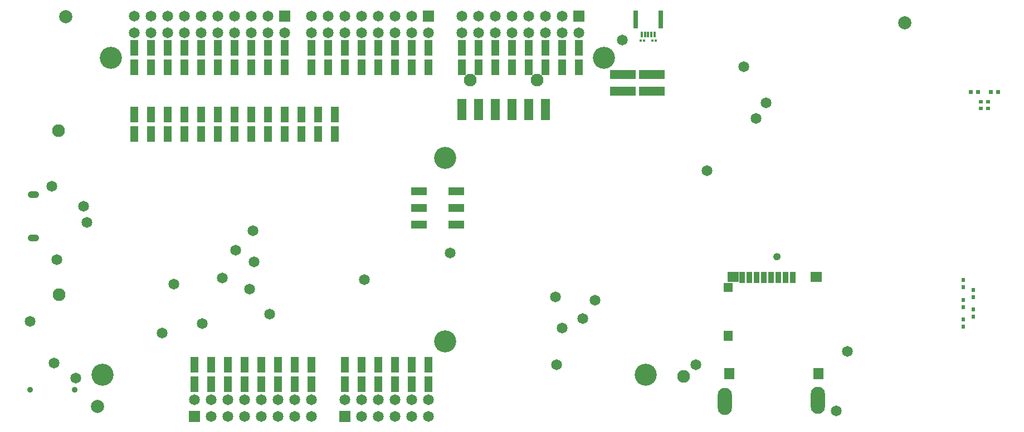
<source format=gbs>
G04*
G04 #@! TF.GenerationSoftware,Altium Limited,Altium Designer,21.1.1 (26)*
G04*
G04 Layer_Color=16711935*
%FSLAX24Y24*%
%MOIN*%
G70*
G04*
G04 #@! TF.SameCoordinates,859D0C74-6F1A-4902-9F36-B784FAE930BA*
G04*
G04*
G04 #@! TF.FilePolarity,Negative*
G04*
G01*
G75*
%ADD148C,0.0240*%
%ADD152C,0.0139*%
%ADD159R,0.0934X0.0462*%
%ADD162C,0.0787*%
%ADD163R,0.0462X0.0922*%
%ADD184R,0.1560X0.0560*%
%ADD221C,0.0651*%
%ADD239R,0.0146X0.0157*%
%ADD253R,0.0560X0.1312*%
%ADD264C,0.0761*%
%ADD265R,0.0651X0.0651*%
%ADD266O,0.0690X0.0414*%
%ADD267C,0.0354*%
%ADD268O,0.0847X0.1635*%
%ADD269C,0.1320*%
%ADD327R,0.0630X0.0709*%
%ADD328R,0.0547X0.0591*%
%ADD329R,0.0547X0.0551*%
%ADD330R,0.0709X0.0630*%
%ADD331R,0.0354X0.0701*%
%ADD332R,0.0669X0.0630*%
%ADD333R,0.0296X0.1084*%
%ADD334R,0.0157X0.0354*%
G36*
X57088Y8117D02*
X56884D01*
Y8353D01*
X57088D01*
Y8117D01*
D02*
G37*
G36*
X57691Y7959D02*
X57486D01*
Y8196D01*
X57691D01*
Y7959D01*
D02*
G37*
G36*
Y7526D02*
X57486D01*
Y7763D01*
X57691D01*
Y7526D01*
D02*
G37*
G36*
X57090Y7369D02*
X56884D01*
Y7605D01*
X57090D01*
Y7369D01*
D02*
G37*
G36*
Y6936D02*
X56884D01*
Y7172D01*
X57090D01*
Y6936D01*
D02*
G37*
G36*
X57691Y6778D02*
X57484D01*
Y7015D01*
X57691D01*
Y6778D01*
D02*
G37*
G36*
Y6345D02*
X57484D01*
Y6582D01*
X57691D01*
Y6345D01*
D02*
G37*
G36*
X57090Y6188D02*
X56884D01*
Y6424D01*
X57090D01*
Y6188D01*
D02*
G37*
G36*
Y5755D02*
X56884D01*
Y5991D01*
X57090D01*
Y5755D01*
D02*
G37*
G36*
X58596Y18857D02*
X58360D01*
Y19062D01*
X58596D01*
Y18857D01*
D02*
G37*
G36*
X58163D02*
X57927D01*
Y19062D01*
X58163D01*
Y18857D01*
D02*
G37*
G36*
X57088Y8550D02*
X56884D01*
Y8786D01*
X57088D01*
Y8550D01*
D02*
G37*
G36*
X57927Y19259D02*
Y19465D01*
X58163D01*
Y19259D01*
X57927D01*
D02*
G37*
G36*
X58360D02*
Y19465D01*
X58596D01*
Y19259D01*
X58360D01*
D02*
G37*
G36*
X57336Y19839D02*
Y20046D01*
X57572D01*
Y19839D01*
X57336D01*
D02*
G37*
G36*
X57769D02*
Y20046D01*
X58001D01*
Y19839D01*
X57769D01*
D02*
G37*
G36*
X58517D02*
Y20046D01*
X58754D01*
Y19839D01*
X58517D01*
D02*
G37*
G36*
X58950D02*
Y20046D01*
X59187D01*
Y19839D01*
X58950D01*
D02*
G37*
D148*
X45965Y10069D02*
G03*
X45965Y10069I-110J0D01*
G01*
D152*
X45733D02*
D03*
X45979D02*
D03*
D159*
X24438Y12000D02*
D03*
X26662D02*
D03*
X24438Y13000D02*
D03*
Y14000D02*
D03*
X26662Y13000D02*
D03*
Y14000D02*
D03*
D162*
X3282Y24450D02*
D03*
X5200Y1100D02*
D03*
X53500Y24100D02*
D03*
D163*
X18400Y17424D02*
D03*
Y18577D02*
D03*
X17400Y17424D02*
D03*
Y18577D02*
D03*
X13400Y17424D02*
D03*
Y18577D02*
D03*
X14400Y17424D02*
D03*
Y18577D02*
D03*
X8400Y17424D02*
D03*
Y18577D02*
D03*
X9400D02*
D03*
Y17424D02*
D03*
X10400Y18577D02*
D03*
Y17424D02*
D03*
X12400Y18577D02*
D03*
Y17424D02*
D03*
X11400Y18577D02*
D03*
Y17424D02*
D03*
X7400D02*
D03*
Y18577D02*
D03*
X16400D02*
D03*
Y17424D02*
D03*
X15400Y18577D02*
D03*
Y17424D02*
D03*
X19400Y18577D02*
D03*
Y17424D02*
D03*
X21000Y2424D02*
D03*
Y3577D02*
D03*
X22000D02*
D03*
Y2424D02*
D03*
X23000Y3577D02*
D03*
Y2424D02*
D03*
X25000Y3577D02*
D03*
Y2424D02*
D03*
X24000Y3577D02*
D03*
Y2424D02*
D03*
X20000D02*
D03*
Y3577D02*
D03*
X10400Y22577D02*
D03*
Y21424D02*
D03*
X9400Y22577D02*
D03*
Y21424D02*
D03*
X15400Y22577D02*
D03*
Y21424D02*
D03*
X14400D02*
D03*
Y22577D02*
D03*
X13400Y21424D02*
D03*
Y22577D02*
D03*
X11400Y21424D02*
D03*
Y22577D02*
D03*
X12400Y21424D02*
D03*
Y22577D02*
D03*
X16400D02*
D03*
Y21424D02*
D03*
X7400D02*
D03*
Y22577D02*
D03*
X8400Y21424D02*
D03*
Y22577D02*
D03*
X11000Y3577D02*
D03*
Y2424D02*
D03*
X15000D02*
D03*
Y3577D02*
D03*
X16000Y2424D02*
D03*
Y3577D02*
D03*
X14000Y2424D02*
D03*
Y3577D02*
D03*
X13000Y2424D02*
D03*
Y3577D02*
D03*
X12000D02*
D03*
Y2424D02*
D03*
X18000Y3577D02*
D03*
Y2424D02*
D03*
X17000Y3577D02*
D03*
Y2424D02*
D03*
X34000Y21424D02*
D03*
Y22577D02*
D03*
X30000D02*
D03*
Y21424D02*
D03*
X29000Y22577D02*
D03*
Y21424D02*
D03*
X31000Y22577D02*
D03*
Y21424D02*
D03*
X32000Y22577D02*
D03*
Y21424D02*
D03*
X33000D02*
D03*
Y22577D02*
D03*
X27000Y21424D02*
D03*
Y22577D02*
D03*
X28000Y21424D02*
D03*
Y22577D02*
D03*
X25000Y21424D02*
D03*
Y22577D02*
D03*
X21000D02*
D03*
Y21424D02*
D03*
X20000Y22577D02*
D03*
Y21424D02*
D03*
X22000Y22577D02*
D03*
Y21424D02*
D03*
X23000Y22577D02*
D03*
Y21424D02*
D03*
X24000D02*
D03*
Y22577D02*
D03*
X18000Y21424D02*
D03*
Y22577D02*
D03*
X19000Y21424D02*
D03*
Y22577D02*
D03*
D184*
X36625Y20000D02*
D03*
X38375D02*
D03*
X36625Y21000D02*
D03*
X38375D02*
D03*
D221*
X4560Y12110D02*
D03*
X2750Y9883D02*
D03*
X3886Y2800D02*
D03*
X9050Y5498D02*
D03*
X41006Y3600D02*
D03*
X9762Y8417D02*
D03*
X11460Y6057D02*
D03*
X2600Y3700D02*
D03*
X1150Y6188D02*
D03*
X26283Y10300D02*
D03*
X50050Y4400D02*
D03*
X49400Y813D02*
D03*
X32650Y3587D02*
D03*
X15500Y6615D02*
D03*
X41661Y15211D02*
D03*
X43850Y21450D02*
D03*
X45200Y19283D02*
D03*
X44600Y18350D02*
D03*
X34236Y6354D02*
D03*
X32614Y7654D02*
D03*
X34962Y7446D02*
D03*
X33000Y5800D02*
D03*
X4360Y13101D02*
D03*
X2460Y14300D02*
D03*
X21150Y8693D02*
D03*
X13450Y10450D02*
D03*
X14500Y11626D02*
D03*
X14550Y9750D02*
D03*
X14285Y8130D02*
D03*
X12649Y8800D02*
D03*
X7400Y24500D02*
D03*
Y23500D02*
D03*
X8400D02*
D03*
Y24500D02*
D03*
X10400D02*
D03*
Y23500D02*
D03*
X11400D02*
D03*
Y24500D02*
D03*
X13400Y23500D02*
D03*
Y24500D02*
D03*
X16400Y23500D02*
D03*
X15400Y24500D02*
D03*
Y23500D02*
D03*
X14400Y24500D02*
D03*
Y23500D02*
D03*
X12400Y24500D02*
D03*
Y23500D02*
D03*
X9400D02*
D03*
Y24500D02*
D03*
X25000Y1500D02*
D03*
Y500D02*
D03*
X23000Y1500D02*
D03*
Y500D02*
D03*
X20000Y1500D02*
D03*
X21000Y500D02*
D03*
Y1500D02*
D03*
X22000Y500D02*
D03*
Y1500D02*
D03*
X24000Y500D02*
D03*
Y1500D02*
D03*
X18000Y500D02*
D03*
Y1500D02*
D03*
X15000D02*
D03*
Y500D02*
D03*
X13000Y1500D02*
D03*
Y500D02*
D03*
X12000Y1500D02*
D03*
Y500D02*
D03*
X11000Y1500D02*
D03*
X14000Y500D02*
D03*
Y1500D02*
D03*
X16000Y500D02*
D03*
Y1500D02*
D03*
X17000D02*
D03*
Y500D02*
D03*
X36600Y23050D02*
D03*
X28000Y24500D02*
D03*
Y23500D02*
D03*
X29000D02*
D03*
Y24500D02*
D03*
X31000Y23500D02*
D03*
Y24500D02*
D03*
X34000Y23500D02*
D03*
X33000Y24500D02*
D03*
Y23500D02*
D03*
X32000Y24500D02*
D03*
Y23500D02*
D03*
X30000Y24500D02*
D03*
Y23500D02*
D03*
X27000D02*
D03*
Y24500D02*
D03*
X18000Y24500D02*
D03*
Y23500D02*
D03*
X21000D02*
D03*
Y24500D02*
D03*
X23000Y23500D02*
D03*
Y24500D02*
D03*
X24000Y23500D02*
D03*
Y24500D02*
D03*
X25000Y23500D02*
D03*
X22000Y24500D02*
D03*
Y23500D02*
D03*
X20000Y24500D02*
D03*
Y23500D02*
D03*
X19000D02*
D03*
Y24500D02*
D03*
D239*
X38388Y23020D02*
D03*
X38612D02*
D03*
X37688D02*
D03*
X37912D02*
D03*
D253*
X31000Y18890D02*
D03*
X30000D02*
D03*
X29000D02*
D03*
X27000D02*
D03*
X28000D02*
D03*
X32000D02*
D03*
D264*
X2880Y17630D02*
D03*
X27500Y20660D02*
D03*
X31500D02*
D03*
X40276Y2876D02*
D03*
X2900Y7800D02*
D03*
D265*
X16400Y24500D02*
D03*
X20000Y500D02*
D03*
X11000D02*
D03*
X34000Y24500D02*
D03*
X25000Y24500D02*
D03*
D266*
X1365Y11201D02*
D03*
Y13800D02*
D03*
D267*
X1161Y2100D02*
D03*
X3839D02*
D03*
D268*
X48292Y1467D02*
D03*
X42741Y1378D02*
D03*
D269*
X5500Y3000D02*
D03*
X26000Y5000D02*
D03*
Y16000D02*
D03*
X6000Y22000D02*
D03*
X38000Y3000D02*
D03*
X35500Y22000D02*
D03*
D327*
X48327Y3043D02*
D03*
X43012D02*
D03*
D328*
X42929Y5327D02*
D03*
D329*
Y8228D02*
D03*
D330*
X48209Y8858D02*
D03*
D331*
X46811Y8827D02*
D03*
X46378D02*
D03*
X45945D02*
D03*
X45512D02*
D03*
X45079D02*
D03*
X44646D02*
D03*
X44213D02*
D03*
X43780D02*
D03*
D332*
X43224Y8858D02*
D03*
D333*
X38896Y24300D02*
D03*
X37400D02*
D03*
D334*
X38345Y23395D02*
D03*
X38148D02*
D03*
X37951D02*
D03*
X37754D02*
D03*
X38542D02*
D03*
M02*

</source>
